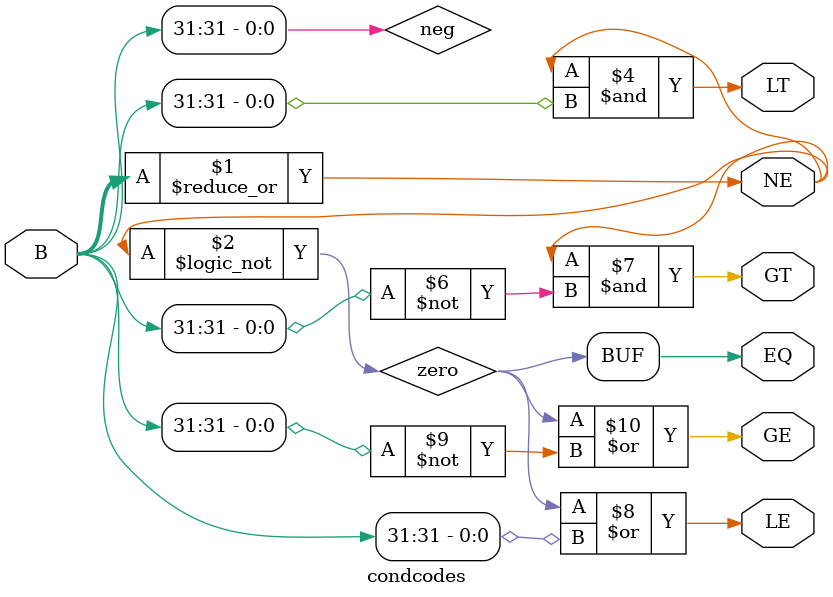
<source format=v>
module condcodes(B,EQ,LT,GT,LE,GE,NE);

	input [31:0]B;
	
	output EQ;
	output LT;
	output GT;
	output LE;
	output GE;
	output NE;
	
	wire neg;
	wire zero;
	
	// comparing B to zero
	
	// determine neg and zero flags
	assign neg = B[31];
	assign zero = ~|B;
	
	
	// set all condition codes
	assign EQ = zero;
	assign LT = ~zero & neg;
	assign GT = ~zero & ~neg;
	assign LE = zero | neg;
	assign GE = zero | ~neg;
	assign NE = ~zero;


endmodule

</source>
